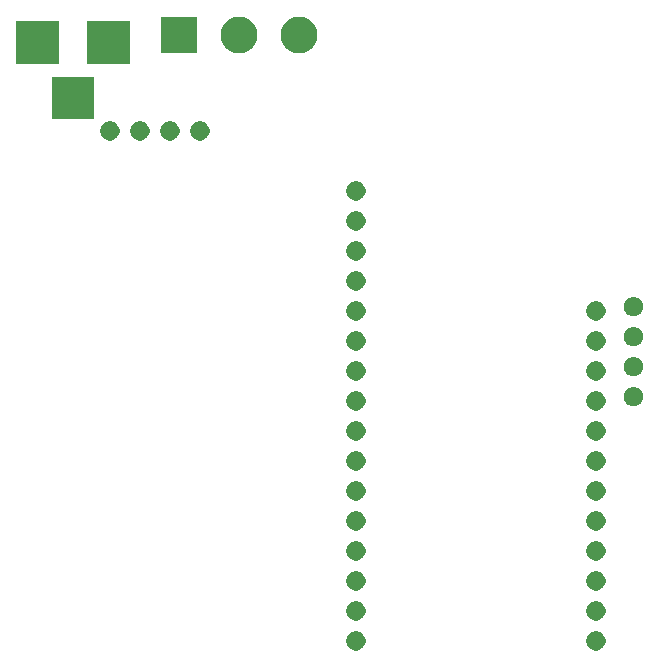
<source format=gbr>
G04 #@! TF.GenerationSoftware,KiCad,Pcbnew,(5.1.0)-1*
G04 #@! TF.CreationDate,2019-06-12T13:49:38+02:00*
G04 #@! TF.ProjectId,me-freeled,6d652d66-7265-4656-9c65-642e6b696361,rev?*
G04 #@! TF.SameCoordinates,Original*
G04 #@! TF.FileFunction,Soldermask,Bot*
G04 #@! TF.FilePolarity,Negative*
%FSLAX46Y46*%
G04 Gerber Fmt 4.6, Leading zero omitted, Abs format (unit mm)*
G04 Created by KiCad (PCBNEW (5.1.0)-1) date 2019-06-12 13:49:38*
%MOMM*%
%LPD*%
G04 APERTURE LIST*
%ADD10C,0.100000*%
G04 APERTURE END LIST*
D10*
G36*
X76437142Y-108438242D02*
G01*
X76585101Y-108499529D01*
X76718255Y-108588499D01*
X76831501Y-108701745D01*
X76920471Y-108834899D01*
X76981758Y-108982858D01*
X77013000Y-109139925D01*
X77013000Y-109300075D01*
X76981758Y-109457142D01*
X76920471Y-109605101D01*
X76831501Y-109738255D01*
X76718255Y-109851501D01*
X76585101Y-109940471D01*
X76437142Y-110001758D01*
X76280075Y-110033000D01*
X76119925Y-110033000D01*
X75962858Y-110001758D01*
X75814899Y-109940471D01*
X75681745Y-109851501D01*
X75568499Y-109738255D01*
X75479529Y-109605101D01*
X75418242Y-109457142D01*
X75387000Y-109300075D01*
X75387000Y-109139925D01*
X75418242Y-108982858D01*
X75479529Y-108834899D01*
X75568499Y-108701745D01*
X75681745Y-108588499D01*
X75814899Y-108499529D01*
X75962858Y-108438242D01*
X76119925Y-108407000D01*
X76280075Y-108407000D01*
X76437142Y-108438242D01*
X76437142Y-108438242D01*
G37*
G36*
X56117142Y-108438242D02*
G01*
X56265101Y-108499529D01*
X56398255Y-108588499D01*
X56511501Y-108701745D01*
X56600471Y-108834899D01*
X56661758Y-108982858D01*
X56693000Y-109139925D01*
X56693000Y-109300075D01*
X56661758Y-109457142D01*
X56600471Y-109605101D01*
X56511501Y-109738255D01*
X56398255Y-109851501D01*
X56265101Y-109940471D01*
X56117142Y-110001758D01*
X55960075Y-110033000D01*
X55799925Y-110033000D01*
X55642858Y-110001758D01*
X55494899Y-109940471D01*
X55361745Y-109851501D01*
X55248499Y-109738255D01*
X55159529Y-109605101D01*
X55098242Y-109457142D01*
X55067000Y-109300075D01*
X55067000Y-109139925D01*
X55098242Y-108982858D01*
X55159529Y-108834899D01*
X55248499Y-108701745D01*
X55361745Y-108588499D01*
X55494899Y-108499529D01*
X55642858Y-108438242D01*
X55799925Y-108407000D01*
X55960075Y-108407000D01*
X56117142Y-108438242D01*
X56117142Y-108438242D01*
G37*
G36*
X76437142Y-105898242D02*
G01*
X76585101Y-105959529D01*
X76718255Y-106048499D01*
X76831501Y-106161745D01*
X76920471Y-106294899D01*
X76981758Y-106442858D01*
X77013000Y-106599925D01*
X77013000Y-106760075D01*
X76981758Y-106917142D01*
X76920471Y-107065101D01*
X76831501Y-107198255D01*
X76718255Y-107311501D01*
X76585101Y-107400471D01*
X76437142Y-107461758D01*
X76280075Y-107493000D01*
X76119925Y-107493000D01*
X75962858Y-107461758D01*
X75814899Y-107400471D01*
X75681745Y-107311501D01*
X75568499Y-107198255D01*
X75479529Y-107065101D01*
X75418242Y-106917142D01*
X75387000Y-106760075D01*
X75387000Y-106599925D01*
X75418242Y-106442858D01*
X75479529Y-106294899D01*
X75568499Y-106161745D01*
X75681745Y-106048499D01*
X75814899Y-105959529D01*
X75962858Y-105898242D01*
X76119925Y-105867000D01*
X76280075Y-105867000D01*
X76437142Y-105898242D01*
X76437142Y-105898242D01*
G37*
G36*
X56117142Y-105898242D02*
G01*
X56265101Y-105959529D01*
X56398255Y-106048499D01*
X56511501Y-106161745D01*
X56600471Y-106294899D01*
X56661758Y-106442858D01*
X56693000Y-106599925D01*
X56693000Y-106760075D01*
X56661758Y-106917142D01*
X56600471Y-107065101D01*
X56511501Y-107198255D01*
X56398255Y-107311501D01*
X56265101Y-107400471D01*
X56117142Y-107461758D01*
X55960075Y-107493000D01*
X55799925Y-107493000D01*
X55642858Y-107461758D01*
X55494899Y-107400471D01*
X55361745Y-107311501D01*
X55248499Y-107198255D01*
X55159529Y-107065101D01*
X55098242Y-106917142D01*
X55067000Y-106760075D01*
X55067000Y-106599925D01*
X55098242Y-106442858D01*
X55159529Y-106294899D01*
X55248499Y-106161745D01*
X55361745Y-106048499D01*
X55494899Y-105959529D01*
X55642858Y-105898242D01*
X55799925Y-105867000D01*
X55960075Y-105867000D01*
X56117142Y-105898242D01*
X56117142Y-105898242D01*
G37*
G36*
X56117142Y-103358242D02*
G01*
X56265101Y-103419529D01*
X56398255Y-103508499D01*
X56511501Y-103621745D01*
X56600471Y-103754899D01*
X56661758Y-103902858D01*
X56693000Y-104059925D01*
X56693000Y-104220075D01*
X56661758Y-104377142D01*
X56600471Y-104525101D01*
X56511501Y-104658255D01*
X56398255Y-104771501D01*
X56265101Y-104860471D01*
X56117142Y-104921758D01*
X55960075Y-104953000D01*
X55799925Y-104953000D01*
X55642858Y-104921758D01*
X55494899Y-104860471D01*
X55361745Y-104771501D01*
X55248499Y-104658255D01*
X55159529Y-104525101D01*
X55098242Y-104377142D01*
X55067000Y-104220075D01*
X55067000Y-104059925D01*
X55098242Y-103902858D01*
X55159529Y-103754899D01*
X55248499Y-103621745D01*
X55361745Y-103508499D01*
X55494899Y-103419529D01*
X55642858Y-103358242D01*
X55799925Y-103327000D01*
X55960075Y-103327000D01*
X56117142Y-103358242D01*
X56117142Y-103358242D01*
G37*
G36*
X76437142Y-103358242D02*
G01*
X76585101Y-103419529D01*
X76718255Y-103508499D01*
X76831501Y-103621745D01*
X76920471Y-103754899D01*
X76981758Y-103902858D01*
X77013000Y-104059925D01*
X77013000Y-104220075D01*
X76981758Y-104377142D01*
X76920471Y-104525101D01*
X76831501Y-104658255D01*
X76718255Y-104771501D01*
X76585101Y-104860471D01*
X76437142Y-104921758D01*
X76280075Y-104953000D01*
X76119925Y-104953000D01*
X75962858Y-104921758D01*
X75814899Y-104860471D01*
X75681745Y-104771501D01*
X75568499Y-104658255D01*
X75479529Y-104525101D01*
X75418242Y-104377142D01*
X75387000Y-104220075D01*
X75387000Y-104059925D01*
X75418242Y-103902858D01*
X75479529Y-103754899D01*
X75568499Y-103621745D01*
X75681745Y-103508499D01*
X75814899Y-103419529D01*
X75962858Y-103358242D01*
X76119925Y-103327000D01*
X76280075Y-103327000D01*
X76437142Y-103358242D01*
X76437142Y-103358242D01*
G37*
G36*
X76437142Y-100818242D02*
G01*
X76585101Y-100879529D01*
X76718255Y-100968499D01*
X76831501Y-101081745D01*
X76920471Y-101214899D01*
X76981758Y-101362858D01*
X77013000Y-101519925D01*
X77013000Y-101680075D01*
X76981758Y-101837142D01*
X76920471Y-101985101D01*
X76831501Y-102118255D01*
X76718255Y-102231501D01*
X76585101Y-102320471D01*
X76437142Y-102381758D01*
X76280075Y-102413000D01*
X76119925Y-102413000D01*
X75962858Y-102381758D01*
X75814899Y-102320471D01*
X75681745Y-102231501D01*
X75568499Y-102118255D01*
X75479529Y-101985101D01*
X75418242Y-101837142D01*
X75387000Y-101680075D01*
X75387000Y-101519925D01*
X75418242Y-101362858D01*
X75479529Y-101214899D01*
X75568499Y-101081745D01*
X75681745Y-100968499D01*
X75814899Y-100879529D01*
X75962858Y-100818242D01*
X76119925Y-100787000D01*
X76280075Y-100787000D01*
X76437142Y-100818242D01*
X76437142Y-100818242D01*
G37*
G36*
X56117142Y-100818242D02*
G01*
X56265101Y-100879529D01*
X56398255Y-100968499D01*
X56511501Y-101081745D01*
X56600471Y-101214899D01*
X56661758Y-101362858D01*
X56693000Y-101519925D01*
X56693000Y-101680075D01*
X56661758Y-101837142D01*
X56600471Y-101985101D01*
X56511501Y-102118255D01*
X56398255Y-102231501D01*
X56265101Y-102320471D01*
X56117142Y-102381758D01*
X55960075Y-102413000D01*
X55799925Y-102413000D01*
X55642858Y-102381758D01*
X55494899Y-102320471D01*
X55361745Y-102231501D01*
X55248499Y-102118255D01*
X55159529Y-101985101D01*
X55098242Y-101837142D01*
X55067000Y-101680075D01*
X55067000Y-101519925D01*
X55098242Y-101362858D01*
X55159529Y-101214899D01*
X55248499Y-101081745D01*
X55361745Y-100968499D01*
X55494899Y-100879529D01*
X55642858Y-100818242D01*
X55799925Y-100787000D01*
X55960075Y-100787000D01*
X56117142Y-100818242D01*
X56117142Y-100818242D01*
G37*
G36*
X76437142Y-98278242D02*
G01*
X76585101Y-98339529D01*
X76718255Y-98428499D01*
X76831501Y-98541745D01*
X76920471Y-98674899D01*
X76981758Y-98822858D01*
X77013000Y-98979925D01*
X77013000Y-99140075D01*
X76981758Y-99297142D01*
X76920471Y-99445101D01*
X76831501Y-99578255D01*
X76718255Y-99691501D01*
X76585101Y-99780471D01*
X76437142Y-99841758D01*
X76280075Y-99873000D01*
X76119925Y-99873000D01*
X75962858Y-99841758D01*
X75814899Y-99780471D01*
X75681745Y-99691501D01*
X75568499Y-99578255D01*
X75479529Y-99445101D01*
X75418242Y-99297142D01*
X75387000Y-99140075D01*
X75387000Y-98979925D01*
X75418242Y-98822858D01*
X75479529Y-98674899D01*
X75568499Y-98541745D01*
X75681745Y-98428499D01*
X75814899Y-98339529D01*
X75962858Y-98278242D01*
X76119925Y-98247000D01*
X76280075Y-98247000D01*
X76437142Y-98278242D01*
X76437142Y-98278242D01*
G37*
G36*
X56117142Y-98278242D02*
G01*
X56265101Y-98339529D01*
X56398255Y-98428499D01*
X56511501Y-98541745D01*
X56600471Y-98674899D01*
X56661758Y-98822858D01*
X56693000Y-98979925D01*
X56693000Y-99140075D01*
X56661758Y-99297142D01*
X56600471Y-99445101D01*
X56511501Y-99578255D01*
X56398255Y-99691501D01*
X56265101Y-99780471D01*
X56117142Y-99841758D01*
X55960075Y-99873000D01*
X55799925Y-99873000D01*
X55642858Y-99841758D01*
X55494899Y-99780471D01*
X55361745Y-99691501D01*
X55248499Y-99578255D01*
X55159529Y-99445101D01*
X55098242Y-99297142D01*
X55067000Y-99140075D01*
X55067000Y-98979925D01*
X55098242Y-98822858D01*
X55159529Y-98674899D01*
X55248499Y-98541745D01*
X55361745Y-98428499D01*
X55494899Y-98339529D01*
X55642858Y-98278242D01*
X55799925Y-98247000D01*
X55960075Y-98247000D01*
X56117142Y-98278242D01*
X56117142Y-98278242D01*
G37*
G36*
X56117142Y-95738242D02*
G01*
X56265101Y-95799529D01*
X56398255Y-95888499D01*
X56511501Y-96001745D01*
X56600471Y-96134899D01*
X56661758Y-96282858D01*
X56693000Y-96439925D01*
X56693000Y-96600075D01*
X56661758Y-96757142D01*
X56600471Y-96905101D01*
X56511501Y-97038255D01*
X56398255Y-97151501D01*
X56265101Y-97240471D01*
X56117142Y-97301758D01*
X55960075Y-97333000D01*
X55799925Y-97333000D01*
X55642858Y-97301758D01*
X55494899Y-97240471D01*
X55361745Y-97151501D01*
X55248499Y-97038255D01*
X55159529Y-96905101D01*
X55098242Y-96757142D01*
X55067000Y-96600075D01*
X55067000Y-96439925D01*
X55098242Y-96282858D01*
X55159529Y-96134899D01*
X55248499Y-96001745D01*
X55361745Y-95888499D01*
X55494899Y-95799529D01*
X55642858Y-95738242D01*
X55799925Y-95707000D01*
X55960075Y-95707000D01*
X56117142Y-95738242D01*
X56117142Y-95738242D01*
G37*
G36*
X76437142Y-95738242D02*
G01*
X76585101Y-95799529D01*
X76718255Y-95888499D01*
X76831501Y-96001745D01*
X76920471Y-96134899D01*
X76981758Y-96282858D01*
X77013000Y-96439925D01*
X77013000Y-96600075D01*
X76981758Y-96757142D01*
X76920471Y-96905101D01*
X76831501Y-97038255D01*
X76718255Y-97151501D01*
X76585101Y-97240471D01*
X76437142Y-97301758D01*
X76280075Y-97333000D01*
X76119925Y-97333000D01*
X75962858Y-97301758D01*
X75814899Y-97240471D01*
X75681745Y-97151501D01*
X75568499Y-97038255D01*
X75479529Y-96905101D01*
X75418242Y-96757142D01*
X75387000Y-96600075D01*
X75387000Y-96439925D01*
X75418242Y-96282858D01*
X75479529Y-96134899D01*
X75568499Y-96001745D01*
X75681745Y-95888499D01*
X75814899Y-95799529D01*
X75962858Y-95738242D01*
X76119925Y-95707000D01*
X76280075Y-95707000D01*
X76437142Y-95738242D01*
X76437142Y-95738242D01*
G37*
G36*
X56117142Y-93198242D02*
G01*
X56265101Y-93259529D01*
X56398255Y-93348499D01*
X56511501Y-93461745D01*
X56600471Y-93594899D01*
X56661758Y-93742858D01*
X56693000Y-93899925D01*
X56693000Y-94060075D01*
X56661758Y-94217142D01*
X56600471Y-94365101D01*
X56511501Y-94498255D01*
X56398255Y-94611501D01*
X56265101Y-94700471D01*
X56117142Y-94761758D01*
X55960075Y-94793000D01*
X55799925Y-94793000D01*
X55642858Y-94761758D01*
X55494899Y-94700471D01*
X55361745Y-94611501D01*
X55248499Y-94498255D01*
X55159529Y-94365101D01*
X55098242Y-94217142D01*
X55067000Y-94060075D01*
X55067000Y-93899925D01*
X55098242Y-93742858D01*
X55159529Y-93594899D01*
X55248499Y-93461745D01*
X55361745Y-93348499D01*
X55494899Y-93259529D01*
X55642858Y-93198242D01*
X55799925Y-93167000D01*
X55960075Y-93167000D01*
X56117142Y-93198242D01*
X56117142Y-93198242D01*
G37*
G36*
X76437142Y-93198242D02*
G01*
X76585101Y-93259529D01*
X76718255Y-93348499D01*
X76831501Y-93461745D01*
X76920471Y-93594899D01*
X76981758Y-93742858D01*
X77013000Y-93899925D01*
X77013000Y-94060075D01*
X76981758Y-94217142D01*
X76920471Y-94365101D01*
X76831501Y-94498255D01*
X76718255Y-94611501D01*
X76585101Y-94700471D01*
X76437142Y-94761758D01*
X76280075Y-94793000D01*
X76119925Y-94793000D01*
X75962858Y-94761758D01*
X75814899Y-94700471D01*
X75681745Y-94611501D01*
X75568499Y-94498255D01*
X75479529Y-94365101D01*
X75418242Y-94217142D01*
X75387000Y-94060075D01*
X75387000Y-93899925D01*
X75418242Y-93742858D01*
X75479529Y-93594899D01*
X75568499Y-93461745D01*
X75681745Y-93348499D01*
X75814899Y-93259529D01*
X75962858Y-93198242D01*
X76119925Y-93167000D01*
X76280075Y-93167000D01*
X76437142Y-93198242D01*
X76437142Y-93198242D01*
G37*
G36*
X56117142Y-90658242D02*
G01*
X56265101Y-90719529D01*
X56398255Y-90808499D01*
X56511501Y-90921745D01*
X56600471Y-91054899D01*
X56661758Y-91202858D01*
X56693000Y-91359925D01*
X56693000Y-91520075D01*
X56661758Y-91677142D01*
X56600471Y-91825101D01*
X56511501Y-91958255D01*
X56398255Y-92071501D01*
X56265101Y-92160471D01*
X56117142Y-92221758D01*
X55960075Y-92253000D01*
X55799925Y-92253000D01*
X55642858Y-92221758D01*
X55494899Y-92160471D01*
X55361745Y-92071501D01*
X55248499Y-91958255D01*
X55159529Y-91825101D01*
X55098242Y-91677142D01*
X55067000Y-91520075D01*
X55067000Y-91359925D01*
X55098242Y-91202858D01*
X55159529Y-91054899D01*
X55248499Y-90921745D01*
X55361745Y-90808499D01*
X55494899Y-90719529D01*
X55642858Y-90658242D01*
X55799925Y-90627000D01*
X55960075Y-90627000D01*
X56117142Y-90658242D01*
X56117142Y-90658242D01*
G37*
G36*
X76437142Y-90658242D02*
G01*
X76585101Y-90719529D01*
X76718255Y-90808499D01*
X76831501Y-90921745D01*
X76920471Y-91054899D01*
X76981758Y-91202858D01*
X77013000Y-91359925D01*
X77013000Y-91520075D01*
X76981758Y-91677142D01*
X76920471Y-91825101D01*
X76831501Y-91958255D01*
X76718255Y-92071501D01*
X76585101Y-92160471D01*
X76437142Y-92221758D01*
X76280075Y-92253000D01*
X76119925Y-92253000D01*
X75962858Y-92221758D01*
X75814899Y-92160471D01*
X75681745Y-92071501D01*
X75568499Y-91958255D01*
X75479529Y-91825101D01*
X75418242Y-91677142D01*
X75387000Y-91520075D01*
X75387000Y-91359925D01*
X75418242Y-91202858D01*
X75479529Y-91054899D01*
X75568499Y-90921745D01*
X75681745Y-90808499D01*
X75814899Y-90719529D01*
X75962858Y-90658242D01*
X76119925Y-90627000D01*
X76280075Y-90627000D01*
X76437142Y-90658242D01*
X76437142Y-90658242D01*
G37*
G36*
X76437142Y-88118242D02*
G01*
X76585101Y-88179529D01*
X76718255Y-88268499D01*
X76831501Y-88381745D01*
X76920471Y-88514899D01*
X76981758Y-88662858D01*
X77013000Y-88819925D01*
X77013000Y-88980075D01*
X76981758Y-89137142D01*
X76920471Y-89285101D01*
X76831501Y-89418255D01*
X76718255Y-89531501D01*
X76585101Y-89620471D01*
X76437142Y-89681758D01*
X76280075Y-89713000D01*
X76119925Y-89713000D01*
X75962858Y-89681758D01*
X75814899Y-89620471D01*
X75681745Y-89531501D01*
X75568499Y-89418255D01*
X75479529Y-89285101D01*
X75418242Y-89137142D01*
X75387000Y-88980075D01*
X75387000Y-88819925D01*
X75418242Y-88662858D01*
X75479529Y-88514899D01*
X75568499Y-88381745D01*
X75681745Y-88268499D01*
X75814899Y-88179529D01*
X75962858Y-88118242D01*
X76119925Y-88087000D01*
X76280075Y-88087000D01*
X76437142Y-88118242D01*
X76437142Y-88118242D01*
G37*
G36*
X56117142Y-88118242D02*
G01*
X56265101Y-88179529D01*
X56398255Y-88268499D01*
X56511501Y-88381745D01*
X56600471Y-88514899D01*
X56661758Y-88662858D01*
X56693000Y-88819925D01*
X56693000Y-88980075D01*
X56661758Y-89137142D01*
X56600471Y-89285101D01*
X56511501Y-89418255D01*
X56398255Y-89531501D01*
X56265101Y-89620471D01*
X56117142Y-89681758D01*
X55960075Y-89713000D01*
X55799925Y-89713000D01*
X55642858Y-89681758D01*
X55494899Y-89620471D01*
X55361745Y-89531501D01*
X55248499Y-89418255D01*
X55159529Y-89285101D01*
X55098242Y-89137142D01*
X55067000Y-88980075D01*
X55067000Y-88819925D01*
X55098242Y-88662858D01*
X55159529Y-88514899D01*
X55248499Y-88381745D01*
X55361745Y-88268499D01*
X55494899Y-88179529D01*
X55642858Y-88118242D01*
X55799925Y-88087000D01*
X55960075Y-88087000D01*
X56117142Y-88118242D01*
X56117142Y-88118242D01*
G37*
G36*
X79613017Y-87734358D02*
G01*
X79687270Y-87765115D01*
X79761521Y-87795870D01*
X79761522Y-87795871D01*
X79895167Y-87885169D01*
X80008831Y-87998833D01*
X80067742Y-88087000D01*
X80098130Y-88132479D01*
X80117618Y-88179529D01*
X80159642Y-88280983D01*
X80191000Y-88438630D01*
X80191000Y-88599370D01*
X80159642Y-88757017D01*
X80133584Y-88819926D01*
X80098130Y-88905521D01*
X80098129Y-88905522D01*
X80008831Y-89039167D01*
X79895167Y-89152831D01*
X79794933Y-89219805D01*
X79761521Y-89242130D01*
X79613017Y-89303642D01*
X79455370Y-89335000D01*
X79294630Y-89335000D01*
X79136983Y-89303642D01*
X78988479Y-89242130D01*
X78955067Y-89219804D01*
X78854833Y-89152831D01*
X78741169Y-89039167D01*
X78651871Y-88905522D01*
X78651870Y-88905521D01*
X78616416Y-88819926D01*
X78590358Y-88757017D01*
X78559000Y-88599370D01*
X78559000Y-88438630D01*
X78590358Y-88280983D01*
X78632382Y-88179529D01*
X78651870Y-88132479D01*
X78682258Y-88087000D01*
X78741169Y-87998833D01*
X78854833Y-87885169D01*
X78988478Y-87795871D01*
X78988479Y-87795870D01*
X79062730Y-87765115D01*
X79136983Y-87734358D01*
X79294630Y-87703000D01*
X79455370Y-87703000D01*
X79613017Y-87734358D01*
X79613017Y-87734358D01*
G37*
G36*
X56117142Y-85578242D02*
G01*
X56265101Y-85639529D01*
X56398255Y-85728499D01*
X56511501Y-85841745D01*
X56600471Y-85974899D01*
X56661758Y-86122858D01*
X56693000Y-86279925D01*
X56693000Y-86440075D01*
X56661758Y-86597142D01*
X56600471Y-86745101D01*
X56511501Y-86878255D01*
X56398255Y-86991501D01*
X56265101Y-87080471D01*
X56117142Y-87141758D01*
X55960075Y-87173000D01*
X55799925Y-87173000D01*
X55642858Y-87141758D01*
X55494899Y-87080471D01*
X55361745Y-86991501D01*
X55248499Y-86878255D01*
X55159529Y-86745101D01*
X55098242Y-86597142D01*
X55067000Y-86440075D01*
X55067000Y-86279925D01*
X55098242Y-86122858D01*
X55159529Y-85974899D01*
X55248499Y-85841745D01*
X55361745Y-85728499D01*
X55494899Y-85639529D01*
X55642858Y-85578242D01*
X55799925Y-85547000D01*
X55960075Y-85547000D01*
X56117142Y-85578242D01*
X56117142Y-85578242D01*
G37*
G36*
X76437142Y-85578242D02*
G01*
X76585101Y-85639529D01*
X76718255Y-85728499D01*
X76831501Y-85841745D01*
X76920471Y-85974899D01*
X76981758Y-86122858D01*
X77013000Y-86279925D01*
X77013000Y-86440075D01*
X76981758Y-86597142D01*
X76920471Y-86745101D01*
X76831501Y-86878255D01*
X76718255Y-86991501D01*
X76585101Y-87080471D01*
X76437142Y-87141758D01*
X76280075Y-87173000D01*
X76119925Y-87173000D01*
X75962858Y-87141758D01*
X75814899Y-87080471D01*
X75681745Y-86991501D01*
X75568499Y-86878255D01*
X75479529Y-86745101D01*
X75418242Y-86597142D01*
X75387000Y-86440075D01*
X75387000Y-86279925D01*
X75418242Y-86122858D01*
X75479529Y-85974899D01*
X75568499Y-85841745D01*
X75681745Y-85728499D01*
X75814899Y-85639529D01*
X75962858Y-85578242D01*
X76119925Y-85547000D01*
X76280075Y-85547000D01*
X76437142Y-85578242D01*
X76437142Y-85578242D01*
G37*
G36*
X79613017Y-85194358D02*
G01*
X79687270Y-85225115D01*
X79761521Y-85255870D01*
X79761522Y-85255871D01*
X79895167Y-85345169D01*
X80008831Y-85458833D01*
X80067742Y-85547000D01*
X80098130Y-85592479D01*
X80117618Y-85639529D01*
X80159642Y-85740983D01*
X80191000Y-85898630D01*
X80191000Y-86059370D01*
X80159642Y-86217017D01*
X80133584Y-86279926D01*
X80098130Y-86365521D01*
X80098129Y-86365522D01*
X80008831Y-86499167D01*
X79895167Y-86612831D01*
X79794933Y-86679805D01*
X79761521Y-86702130D01*
X79613017Y-86763642D01*
X79455370Y-86795000D01*
X79294630Y-86795000D01*
X79136983Y-86763642D01*
X78988479Y-86702130D01*
X78955067Y-86679805D01*
X78854833Y-86612831D01*
X78741169Y-86499167D01*
X78651871Y-86365522D01*
X78651870Y-86365521D01*
X78616416Y-86279926D01*
X78590358Y-86217017D01*
X78559000Y-86059370D01*
X78559000Y-85898630D01*
X78590358Y-85740983D01*
X78632382Y-85639529D01*
X78651870Y-85592479D01*
X78682258Y-85547000D01*
X78741169Y-85458833D01*
X78854833Y-85345169D01*
X78988478Y-85255871D01*
X78988479Y-85255870D01*
X79062730Y-85225115D01*
X79136983Y-85194358D01*
X79294630Y-85163000D01*
X79455370Y-85163000D01*
X79613017Y-85194358D01*
X79613017Y-85194358D01*
G37*
G36*
X56117142Y-83038242D02*
G01*
X56265101Y-83099529D01*
X56398255Y-83188499D01*
X56511501Y-83301745D01*
X56600471Y-83434899D01*
X56661758Y-83582858D01*
X56693000Y-83739925D01*
X56693000Y-83900075D01*
X56661758Y-84057142D01*
X56600471Y-84205101D01*
X56511501Y-84338255D01*
X56398255Y-84451501D01*
X56265101Y-84540471D01*
X56117142Y-84601758D01*
X55960075Y-84633000D01*
X55799925Y-84633000D01*
X55642858Y-84601758D01*
X55494899Y-84540471D01*
X55361745Y-84451501D01*
X55248499Y-84338255D01*
X55159529Y-84205101D01*
X55098242Y-84057142D01*
X55067000Y-83900075D01*
X55067000Y-83739925D01*
X55098242Y-83582858D01*
X55159529Y-83434899D01*
X55248499Y-83301745D01*
X55361745Y-83188499D01*
X55494899Y-83099529D01*
X55642858Y-83038242D01*
X55799925Y-83007000D01*
X55960075Y-83007000D01*
X56117142Y-83038242D01*
X56117142Y-83038242D01*
G37*
G36*
X76437142Y-83038242D02*
G01*
X76585101Y-83099529D01*
X76718255Y-83188499D01*
X76831501Y-83301745D01*
X76920471Y-83434899D01*
X76981758Y-83582858D01*
X77013000Y-83739925D01*
X77013000Y-83900075D01*
X76981758Y-84057142D01*
X76920471Y-84205101D01*
X76831501Y-84338255D01*
X76718255Y-84451501D01*
X76585101Y-84540471D01*
X76437142Y-84601758D01*
X76280075Y-84633000D01*
X76119925Y-84633000D01*
X75962858Y-84601758D01*
X75814899Y-84540471D01*
X75681745Y-84451501D01*
X75568499Y-84338255D01*
X75479529Y-84205101D01*
X75418242Y-84057142D01*
X75387000Y-83900075D01*
X75387000Y-83739925D01*
X75418242Y-83582858D01*
X75479529Y-83434899D01*
X75568499Y-83301745D01*
X75681745Y-83188499D01*
X75814899Y-83099529D01*
X75962858Y-83038242D01*
X76119925Y-83007000D01*
X76280075Y-83007000D01*
X76437142Y-83038242D01*
X76437142Y-83038242D01*
G37*
G36*
X79613017Y-82654358D02*
G01*
X79687270Y-82685115D01*
X79761521Y-82715870D01*
X79761522Y-82715871D01*
X79895167Y-82805169D01*
X80008831Y-82918833D01*
X80067742Y-83007000D01*
X80098130Y-83052479D01*
X80117618Y-83099529D01*
X80159642Y-83200983D01*
X80191000Y-83358630D01*
X80191000Y-83519370D01*
X80159642Y-83677017D01*
X80133584Y-83739926D01*
X80098130Y-83825521D01*
X80098129Y-83825522D01*
X80008831Y-83959167D01*
X79895167Y-84072831D01*
X79794933Y-84139805D01*
X79761521Y-84162130D01*
X79613017Y-84223642D01*
X79455370Y-84255000D01*
X79294630Y-84255000D01*
X79136983Y-84223642D01*
X78988479Y-84162130D01*
X78955067Y-84139805D01*
X78854833Y-84072831D01*
X78741169Y-83959167D01*
X78651871Y-83825522D01*
X78651870Y-83825521D01*
X78616416Y-83739926D01*
X78590358Y-83677017D01*
X78559000Y-83519370D01*
X78559000Y-83358630D01*
X78590358Y-83200983D01*
X78632382Y-83099529D01*
X78651870Y-83052479D01*
X78682258Y-83007000D01*
X78741169Y-82918833D01*
X78854833Y-82805169D01*
X78988478Y-82715871D01*
X78988479Y-82715870D01*
X79062730Y-82685115D01*
X79136983Y-82654358D01*
X79294630Y-82623000D01*
X79455370Y-82623000D01*
X79613017Y-82654358D01*
X79613017Y-82654358D01*
G37*
G36*
X56117142Y-80498242D02*
G01*
X56265101Y-80559529D01*
X56398255Y-80648499D01*
X56511501Y-80761745D01*
X56600471Y-80894899D01*
X56661758Y-81042858D01*
X56693000Y-81199925D01*
X56693000Y-81360075D01*
X56661758Y-81517142D01*
X56600471Y-81665101D01*
X56511501Y-81798255D01*
X56398255Y-81911501D01*
X56265101Y-82000471D01*
X56117142Y-82061758D01*
X55960075Y-82093000D01*
X55799925Y-82093000D01*
X55642858Y-82061758D01*
X55494899Y-82000471D01*
X55361745Y-81911501D01*
X55248499Y-81798255D01*
X55159529Y-81665101D01*
X55098242Y-81517142D01*
X55067000Y-81360075D01*
X55067000Y-81199925D01*
X55098242Y-81042858D01*
X55159529Y-80894899D01*
X55248499Y-80761745D01*
X55361745Y-80648499D01*
X55494899Y-80559529D01*
X55642858Y-80498242D01*
X55799925Y-80467000D01*
X55960075Y-80467000D01*
X56117142Y-80498242D01*
X56117142Y-80498242D01*
G37*
G36*
X76437142Y-80498242D02*
G01*
X76585101Y-80559529D01*
X76718255Y-80648499D01*
X76831501Y-80761745D01*
X76920471Y-80894899D01*
X76981758Y-81042858D01*
X77013000Y-81199925D01*
X77013000Y-81360075D01*
X76981758Y-81517142D01*
X76920471Y-81665101D01*
X76831501Y-81798255D01*
X76718255Y-81911501D01*
X76585101Y-82000471D01*
X76437142Y-82061758D01*
X76280075Y-82093000D01*
X76119925Y-82093000D01*
X75962858Y-82061758D01*
X75814899Y-82000471D01*
X75681745Y-81911501D01*
X75568499Y-81798255D01*
X75479529Y-81665101D01*
X75418242Y-81517142D01*
X75387000Y-81360075D01*
X75387000Y-81199925D01*
X75418242Y-81042858D01*
X75479529Y-80894899D01*
X75568499Y-80761745D01*
X75681745Y-80648499D01*
X75814899Y-80559529D01*
X75962858Y-80498242D01*
X76119925Y-80467000D01*
X76280075Y-80467000D01*
X76437142Y-80498242D01*
X76437142Y-80498242D01*
G37*
G36*
X79613017Y-80114358D02*
G01*
X79687270Y-80145115D01*
X79761521Y-80175870D01*
X79761522Y-80175871D01*
X79895167Y-80265169D01*
X80008831Y-80378833D01*
X80067742Y-80467000D01*
X80098130Y-80512479D01*
X80117618Y-80559529D01*
X80159642Y-80660983D01*
X80191000Y-80818630D01*
X80191000Y-80979370D01*
X80159642Y-81137017D01*
X80133584Y-81199926D01*
X80098130Y-81285521D01*
X80098129Y-81285522D01*
X80008831Y-81419167D01*
X79895167Y-81532831D01*
X79794933Y-81599804D01*
X79761521Y-81622130D01*
X79613017Y-81683642D01*
X79455370Y-81715000D01*
X79294630Y-81715000D01*
X79136983Y-81683642D01*
X78988479Y-81622130D01*
X78955067Y-81599804D01*
X78854833Y-81532831D01*
X78741169Y-81419167D01*
X78651871Y-81285522D01*
X78651870Y-81285521D01*
X78616416Y-81199926D01*
X78590358Y-81137017D01*
X78559000Y-80979370D01*
X78559000Y-80818630D01*
X78590358Y-80660983D01*
X78632382Y-80559529D01*
X78651870Y-80512479D01*
X78682258Y-80467000D01*
X78741169Y-80378833D01*
X78854833Y-80265169D01*
X78988478Y-80175871D01*
X78988479Y-80175870D01*
X79062730Y-80145115D01*
X79136983Y-80114358D01*
X79294630Y-80083000D01*
X79455370Y-80083000D01*
X79613017Y-80114358D01*
X79613017Y-80114358D01*
G37*
G36*
X56117142Y-77958242D02*
G01*
X56265101Y-78019529D01*
X56398255Y-78108499D01*
X56511501Y-78221745D01*
X56600471Y-78354899D01*
X56661758Y-78502858D01*
X56693000Y-78659925D01*
X56693000Y-78820075D01*
X56661758Y-78977142D01*
X56600471Y-79125101D01*
X56511501Y-79258255D01*
X56398255Y-79371501D01*
X56265101Y-79460471D01*
X56117142Y-79521758D01*
X55960075Y-79553000D01*
X55799925Y-79553000D01*
X55642858Y-79521758D01*
X55494899Y-79460471D01*
X55361745Y-79371501D01*
X55248499Y-79258255D01*
X55159529Y-79125101D01*
X55098242Y-78977142D01*
X55067000Y-78820075D01*
X55067000Y-78659925D01*
X55098242Y-78502858D01*
X55159529Y-78354899D01*
X55248499Y-78221745D01*
X55361745Y-78108499D01*
X55494899Y-78019529D01*
X55642858Y-77958242D01*
X55799925Y-77927000D01*
X55960075Y-77927000D01*
X56117142Y-77958242D01*
X56117142Y-77958242D01*
G37*
G36*
X56117142Y-75418242D02*
G01*
X56265101Y-75479529D01*
X56398255Y-75568499D01*
X56511501Y-75681745D01*
X56600471Y-75814899D01*
X56661758Y-75962858D01*
X56693000Y-76119925D01*
X56693000Y-76280075D01*
X56661758Y-76437142D01*
X56600471Y-76585101D01*
X56511501Y-76718255D01*
X56398255Y-76831501D01*
X56265101Y-76920471D01*
X56117142Y-76981758D01*
X55960075Y-77013000D01*
X55799925Y-77013000D01*
X55642858Y-76981758D01*
X55494899Y-76920471D01*
X55361745Y-76831501D01*
X55248499Y-76718255D01*
X55159529Y-76585101D01*
X55098242Y-76437142D01*
X55067000Y-76280075D01*
X55067000Y-76119925D01*
X55098242Y-75962858D01*
X55159529Y-75814899D01*
X55248499Y-75681745D01*
X55361745Y-75568499D01*
X55494899Y-75479529D01*
X55642858Y-75418242D01*
X55799925Y-75387000D01*
X55960075Y-75387000D01*
X56117142Y-75418242D01*
X56117142Y-75418242D01*
G37*
G36*
X56117142Y-72878242D02*
G01*
X56265101Y-72939529D01*
X56398255Y-73028499D01*
X56511501Y-73141745D01*
X56600471Y-73274899D01*
X56661758Y-73422858D01*
X56693000Y-73579925D01*
X56693000Y-73740075D01*
X56661758Y-73897142D01*
X56600471Y-74045101D01*
X56511501Y-74178255D01*
X56398255Y-74291501D01*
X56265101Y-74380471D01*
X56117142Y-74441758D01*
X55960075Y-74473000D01*
X55799925Y-74473000D01*
X55642858Y-74441758D01*
X55494899Y-74380471D01*
X55361745Y-74291501D01*
X55248499Y-74178255D01*
X55159529Y-74045101D01*
X55098242Y-73897142D01*
X55067000Y-73740075D01*
X55067000Y-73579925D01*
X55098242Y-73422858D01*
X55159529Y-73274899D01*
X55248499Y-73141745D01*
X55361745Y-73028499D01*
X55494899Y-72939529D01*
X55642858Y-72878242D01*
X55799925Y-72847000D01*
X55960075Y-72847000D01*
X56117142Y-72878242D01*
X56117142Y-72878242D01*
G37*
G36*
X56117142Y-70338242D02*
G01*
X56265101Y-70399529D01*
X56398255Y-70488499D01*
X56511501Y-70601745D01*
X56600471Y-70734899D01*
X56661758Y-70882858D01*
X56693000Y-71039925D01*
X56693000Y-71200075D01*
X56661758Y-71357142D01*
X56600471Y-71505101D01*
X56511501Y-71638255D01*
X56398255Y-71751501D01*
X56265101Y-71840471D01*
X56117142Y-71901758D01*
X55960075Y-71933000D01*
X55799925Y-71933000D01*
X55642858Y-71901758D01*
X55494899Y-71840471D01*
X55361745Y-71751501D01*
X55248499Y-71638255D01*
X55159529Y-71505101D01*
X55098242Y-71357142D01*
X55067000Y-71200075D01*
X55067000Y-71039925D01*
X55098242Y-70882858D01*
X55159529Y-70734899D01*
X55248499Y-70601745D01*
X55361745Y-70488499D01*
X55494899Y-70399529D01*
X55642858Y-70338242D01*
X55799925Y-70307000D01*
X55960075Y-70307000D01*
X56117142Y-70338242D01*
X56117142Y-70338242D01*
G37*
G36*
X42909142Y-65258242D02*
G01*
X43057101Y-65319529D01*
X43190255Y-65408499D01*
X43303501Y-65521745D01*
X43392471Y-65654899D01*
X43453758Y-65802858D01*
X43485000Y-65959925D01*
X43485000Y-66120075D01*
X43453758Y-66277142D01*
X43392471Y-66425101D01*
X43303501Y-66558255D01*
X43190255Y-66671501D01*
X43057101Y-66760471D01*
X42909142Y-66821758D01*
X42752075Y-66853000D01*
X42591925Y-66853000D01*
X42434858Y-66821758D01*
X42286899Y-66760471D01*
X42153745Y-66671501D01*
X42040499Y-66558255D01*
X41951529Y-66425101D01*
X41890242Y-66277142D01*
X41859000Y-66120075D01*
X41859000Y-65959925D01*
X41890242Y-65802858D01*
X41951529Y-65654899D01*
X42040499Y-65521745D01*
X42153745Y-65408499D01*
X42286899Y-65319529D01*
X42434858Y-65258242D01*
X42591925Y-65227000D01*
X42752075Y-65227000D01*
X42909142Y-65258242D01*
X42909142Y-65258242D01*
G37*
G36*
X35289142Y-65258242D02*
G01*
X35437101Y-65319529D01*
X35570255Y-65408499D01*
X35683501Y-65521745D01*
X35772471Y-65654899D01*
X35833758Y-65802858D01*
X35865000Y-65959925D01*
X35865000Y-66120075D01*
X35833758Y-66277142D01*
X35772471Y-66425101D01*
X35683501Y-66558255D01*
X35570255Y-66671501D01*
X35437101Y-66760471D01*
X35289142Y-66821758D01*
X35132075Y-66853000D01*
X34971925Y-66853000D01*
X34814858Y-66821758D01*
X34666899Y-66760471D01*
X34533745Y-66671501D01*
X34420499Y-66558255D01*
X34331529Y-66425101D01*
X34270242Y-66277142D01*
X34239000Y-66120075D01*
X34239000Y-65959925D01*
X34270242Y-65802858D01*
X34331529Y-65654899D01*
X34420499Y-65521745D01*
X34533745Y-65408499D01*
X34666899Y-65319529D01*
X34814858Y-65258242D01*
X34971925Y-65227000D01*
X35132075Y-65227000D01*
X35289142Y-65258242D01*
X35289142Y-65258242D01*
G37*
G36*
X37829142Y-65258242D02*
G01*
X37977101Y-65319529D01*
X38110255Y-65408499D01*
X38223501Y-65521745D01*
X38312471Y-65654899D01*
X38373758Y-65802858D01*
X38405000Y-65959925D01*
X38405000Y-66120075D01*
X38373758Y-66277142D01*
X38312471Y-66425101D01*
X38223501Y-66558255D01*
X38110255Y-66671501D01*
X37977101Y-66760471D01*
X37829142Y-66821758D01*
X37672075Y-66853000D01*
X37511925Y-66853000D01*
X37354858Y-66821758D01*
X37206899Y-66760471D01*
X37073745Y-66671501D01*
X36960499Y-66558255D01*
X36871529Y-66425101D01*
X36810242Y-66277142D01*
X36779000Y-66120075D01*
X36779000Y-65959925D01*
X36810242Y-65802858D01*
X36871529Y-65654899D01*
X36960499Y-65521745D01*
X37073745Y-65408499D01*
X37206899Y-65319529D01*
X37354858Y-65258242D01*
X37511925Y-65227000D01*
X37672075Y-65227000D01*
X37829142Y-65258242D01*
X37829142Y-65258242D01*
G37*
G36*
X40369142Y-65258242D02*
G01*
X40517101Y-65319529D01*
X40650255Y-65408499D01*
X40763501Y-65521745D01*
X40852471Y-65654899D01*
X40913758Y-65802858D01*
X40945000Y-65959925D01*
X40945000Y-66120075D01*
X40913758Y-66277142D01*
X40852471Y-66425101D01*
X40763501Y-66558255D01*
X40650255Y-66671501D01*
X40517101Y-66760471D01*
X40369142Y-66821758D01*
X40212075Y-66853000D01*
X40051925Y-66853000D01*
X39894858Y-66821758D01*
X39746899Y-66760471D01*
X39613745Y-66671501D01*
X39500499Y-66558255D01*
X39411529Y-66425101D01*
X39350242Y-66277142D01*
X39319000Y-66120075D01*
X39319000Y-65959925D01*
X39350242Y-65802858D01*
X39411529Y-65654899D01*
X39500499Y-65521745D01*
X39613745Y-65408499D01*
X39746899Y-65319529D01*
X39894858Y-65258242D01*
X40051925Y-65227000D01*
X40212075Y-65227000D01*
X40369142Y-65258242D01*
X40369142Y-65258242D01*
G37*
G36*
X33726000Y-65048000D02*
G01*
X30124000Y-65048000D01*
X30124000Y-61446000D01*
X33726000Y-61446000D01*
X33726000Y-65048000D01*
X33726000Y-65048000D01*
G37*
G36*
X30726000Y-60348000D02*
G01*
X27124000Y-60348000D01*
X27124000Y-56746000D01*
X30726000Y-56746000D01*
X30726000Y-60348000D01*
X30726000Y-60348000D01*
G37*
G36*
X36726000Y-60348000D02*
G01*
X33124000Y-60348000D01*
X33124000Y-56746000D01*
X36726000Y-56746000D01*
X36726000Y-60348000D01*
X36726000Y-60348000D01*
G37*
G36*
X51356585Y-56390802D02*
G01*
X51506410Y-56420604D01*
X51788674Y-56537521D01*
X52042705Y-56707259D01*
X52258741Y-56923295D01*
X52428479Y-57177326D01*
X52545396Y-57459590D01*
X52605000Y-57759240D01*
X52605000Y-58064760D01*
X52545396Y-58364410D01*
X52428479Y-58646674D01*
X52258741Y-58900705D01*
X52042705Y-59116741D01*
X51788674Y-59286479D01*
X51506410Y-59403396D01*
X51356585Y-59433198D01*
X51206761Y-59463000D01*
X50901239Y-59463000D01*
X50751415Y-59433198D01*
X50601590Y-59403396D01*
X50319326Y-59286479D01*
X50065295Y-59116741D01*
X49849259Y-58900705D01*
X49679521Y-58646674D01*
X49562604Y-58364410D01*
X49503000Y-58064760D01*
X49503000Y-57759240D01*
X49562604Y-57459590D01*
X49679521Y-57177326D01*
X49849259Y-56923295D01*
X50065295Y-56707259D01*
X50319326Y-56537521D01*
X50601590Y-56420604D01*
X50751415Y-56390802D01*
X50901239Y-56361000D01*
X51206761Y-56361000D01*
X51356585Y-56390802D01*
X51356585Y-56390802D01*
G37*
G36*
X46276585Y-56390802D02*
G01*
X46426410Y-56420604D01*
X46708674Y-56537521D01*
X46962705Y-56707259D01*
X47178741Y-56923295D01*
X47348479Y-57177326D01*
X47465396Y-57459590D01*
X47525000Y-57759240D01*
X47525000Y-58064760D01*
X47465396Y-58364410D01*
X47348479Y-58646674D01*
X47178741Y-58900705D01*
X46962705Y-59116741D01*
X46708674Y-59286479D01*
X46426410Y-59403396D01*
X46276585Y-59433198D01*
X46126761Y-59463000D01*
X45821239Y-59463000D01*
X45671415Y-59433198D01*
X45521590Y-59403396D01*
X45239326Y-59286479D01*
X44985295Y-59116741D01*
X44769259Y-58900705D01*
X44599521Y-58646674D01*
X44482604Y-58364410D01*
X44423000Y-58064760D01*
X44423000Y-57759240D01*
X44482604Y-57459590D01*
X44599521Y-57177326D01*
X44769259Y-56923295D01*
X44985295Y-56707259D01*
X45239326Y-56537521D01*
X45521590Y-56420604D01*
X45671415Y-56390802D01*
X45821239Y-56361000D01*
X46126761Y-56361000D01*
X46276585Y-56390802D01*
X46276585Y-56390802D01*
G37*
G36*
X42445000Y-59463000D02*
G01*
X39343000Y-59463000D01*
X39343000Y-56361000D01*
X42445000Y-56361000D01*
X42445000Y-59463000D01*
X42445000Y-59463000D01*
G37*
M02*

</source>
